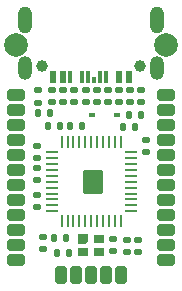
<source format=gbr>
%TF.GenerationSoftware,KiCad,Pcbnew,7.0.6*%
%TF.CreationDate,2023-08-08T22:31:42+02:00*%
%TF.ProjectId,epi_JLC,6570695f-4a4c-4432-9e6b-696361645f70,1_2_0*%
%TF.SameCoordinates,Original*%
%TF.FileFunction,Soldermask,Top*%
%TF.FilePolarity,Negative*%
%FSLAX46Y46*%
G04 Gerber Fmt 4.6, Leading zero omitted, Abs format (unit mm)*
G04 Created by KiCad (PCBNEW 7.0.6) date 2023-08-08 22:31:42*
%MOMM*%
%LPD*%
G01*
G04 APERTURE LIST*
G04 Aperture macros list*
%AMRoundRect*
0 Rectangle with rounded corners*
0 $1 Rounding radius*
0 $2 $3 $4 $5 $6 $7 $8 $9 X,Y pos of 4 corners*
0 Add a 4 corners polygon primitive as box body*
4,1,4,$2,$3,$4,$5,$6,$7,$8,$9,$2,$3,0*
0 Add four circle primitives for the rounded corners*
1,1,$1+$1,$2,$3*
1,1,$1+$1,$4,$5*
1,1,$1+$1,$6,$7*
1,1,$1+$1,$8,$9*
0 Add four rect primitives between the rounded corners*
20,1,$1+$1,$2,$3,$4,$5,0*
20,1,$1+$1,$4,$5,$6,$7,0*
20,1,$1+$1,$6,$7,$8,$9,0*
20,1,$1+$1,$8,$9,$2,$3,0*%
%AMOutline5P*
0 Free polygon, 5 corners , with rotation*
0 The origin of the aperture is its center*
0 number of corners: always 5*
0 $1 to $10 corner X, Y*
0 $11 Rotation angle, in degrees counterclockwise*
0 create outline with 5 corners*
4,1,5,$1,$2,$3,$4,$5,$6,$7,$8,$9,$10,$1,$2,$11*%
%AMOutline6P*
0 Free polygon, 6 corners , with rotation*
0 The origin of the aperture is its center*
0 number of corners: always 6*
0 $1 to $12 corner X, Y*
0 $13 Rotation angle, in degrees counterclockwise*
0 create outline with 6 corners*
4,1,6,$1,$2,$3,$4,$5,$6,$7,$8,$9,$10,$11,$12,$1,$2,$13*%
%AMOutline7P*
0 Free polygon, 7 corners , with rotation*
0 The origin of the aperture is its center*
0 number of corners: always 7*
0 $1 to $14 corner X, Y*
0 $15 Rotation angle, in degrees counterclockwise*
0 create outline with 7 corners*
4,1,7,$1,$2,$3,$4,$5,$6,$7,$8,$9,$10,$11,$12,$13,$14,$1,$2,$15*%
%AMOutline8P*
0 Free polygon, 8 corners , with rotation*
0 The origin of the aperture is its center*
0 number of corners: always 8*
0 $1 to $16 corner X, Y*
0 $17 Rotation angle, in degrees counterclockwise*
0 create outline with 8 corners*
4,1,8,$1,$2,$3,$4,$5,$6,$7,$8,$9,$10,$11,$12,$13,$14,$15,$16,$1,$2,$17*%
G04 Aperture macros list end*
%ADD10C,2.000000*%
%ADD11RoundRect,0.135000X-0.185000X0.135000X-0.185000X-0.135000X0.185000X-0.135000X0.185000X0.135000X0*%
%ADD12R,0.900000X0.800000*%
%ADD13Outline5P,-0.450000X0.400000X0.450000X0.400000X0.450000X-0.160000X0.210000X-0.400000X-0.450000X-0.400000X0.000000*%
%ADD14C,1.000000*%
%ADD15RoundRect,0.135000X0.185000X-0.135000X0.185000X0.135000X-0.185000X0.135000X-0.185000X-0.135000X0*%
%ADD16RoundRect,0.135000X-0.135000X-0.185000X0.135000X-0.185000X0.135000X0.185000X-0.135000X0.185000X0*%
%ADD17RoundRect,0.062500X-0.475000X-0.062500X0.475000X-0.062500X0.475000X0.062500X-0.475000X0.062500X0*%
%ADD18RoundRect,0.062500X-0.062500X-0.475000X0.062500X-0.475000X0.062500X0.475000X-0.062500X0.475000X0*%
%ADD19RoundRect,0.175000X-0.700000X-0.825000X0.700000X-0.825000X0.700000X0.825000X-0.700000X0.825000X0*%
%ADD20RoundRect,0.147500X-0.172500X0.147500X-0.172500X-0.147500X0.172500X-0.147500X0.172500X0.147500X0*%
%ADD21RoundRect,0.250000X-0.500000X-0.250000X0.500000X-0.250000X0.500000X0.250000X-0.500000X0.250000X0*%
%ADD22RoundRect,0.250000X-0.250000X0.500000X-0.250000X-0.500000X0.250000X-0.500000X0.250000X0.500000X0*%
%ADD23RoundRect,0.135000X0.135000X0.185000X-0.135000X0.185000X-0.135000X-0.185000X0.135000X-0.185000X0*%
%ADD24R,0.615500X1.000000*%
%ADD25R,0.307750X1.000000*%
%ADD26R,0.307750X0.500000*%
%ADD27R,0.307750X1.000860*%
%ADD28O,1.200000X2.000000*%
%ADD29O,1.200000X2.300000*%
%ADD30R,0.600000X0.450000*%
G04 APERTURE END LIST*
D10*
%TO.C,DRILL4*%
X110625000Y-54650000D03*
%TD*%
%TO.C,DRILL3*%
X97925000Y-54650000D03*
%TD*%
D11*
%TO.C,C8*%
X99650000Y-65090000D03*
X99650000Y-66110000D03*
%TD*%
%TO.C,C9*%
X99654422Y-63190000D03*
X99654422Y-64210000D03*
%TD*%
%TO.C,RV1*%
X105683220Y-58490000D03*
X105683220Y-59510000D03*
%TD*%
D12*
%TO.C,Y1*%
X103554422Y-72200000D03*
X104954422Y-72200000D03*
X104954422Y-71100000D03*
D13*
X103554422Y-71100000D03*
%TD*%
D14*
%TO.C,DRILL2*%
X108404422Y-56450001D03*
%TD*%
D11*
%TO.C,C1*%
X99800000Y-58520000D03*
X99800000Y-59540000D03*
%TD*%
D15*
%TO.C,R4*%
X101923220Y-59510000D03*
X101923220Y-58490000D03*
%TD*%
D16*
%TO.C,R3*%
X99800000Y-60400000D03*
X100820000Y-60400000D03*
%TD*%
D17*
%TO.C,U1*%
X100935720Y-63750000D03*
X100935720Y-64250000D03*
X100935720Y-64750000D03*
X100935720Y-65250000D03*
X100935720Y-65750000D03*
X100935720Y-66250000D03*
X100935720Y-66750000D03*
X100935720Y-67250000D03*
X100935720Y-67750000D03*
X100935720Y-68250000D03*
X100935720Y-68750000D03*
D18*
X101773220Y-69587500D03*
X102273220Y-69587500D03*
X102773220Y-69587500D03*
X103273220Y-69587500D03*
X103773220Y-69587500D03*
X104273220Y-69587500D03*
X104773220Y-69587500D03*
X105273220Y-69587500D03*
X105773220Y-69587500D03*
X106273220Y-69587500D03*
X106773220Y-69587500D03*
D17*
X107610720Y-68750000D03*
X107610720Y-68250000D03*
X107610720Y-67750000D03*
X107610720Y-67250000D03*
X107610720Y-66750000D03*
X107610720Y-66250000D03*
X107610720Y-65750000D03*
X107610720Y-65250000D03*
X107610720Y-64750000D03*
X107610720Y-64250000D03*
X107610720Y-63750000D03*
D18*
X106773220Y-62912500D03*
X106273220Y-62912500D03*
X105773220Y-62912500D03*
X105273220Y-62912500D03*
X104773220Y-62912500D03*
X104273220Y-62912500D03*
X103773220Y-62912500D03*
X103273220Y-62912500D03*
X102773220Y-62912500D03*
X102273220Y-62912500D03*
X101773220Y-62912500D03*
D19*
X104398220Y-66250000D03*
%TD*%
D20*
%TO.C,D1*%
X107300000Y-71215000D03*
X107300000Y-72185000D03*
%TD*%
D11*
%TO.C,R2*%
X104750000Y-58490000D03*
X104750000Y-59510000D03*
%TD*%
D15*
%TO.C,R6*%
X100200000Y-71910000D03*
X100200000Y-70890000D03*
%TD*%
%TO.C,R7*%
X108900000Y-63760000D03*
X108900000Y-62740000D03*
%TD*%
%TO.C,RV3*%
X100983220Y-59510000D03*
X100983220Y-58490000D03*
%TD*%
D11*
%TO.C,R1*%
X103800000Y-58490000D03*
X103800000Y-59510000D03*
%TD*%
D14*
%TO.C,DRILL1*%
X100140476Y-56450000D03*
%TD*%
D11*
%TO.C,RV2*%
X102863220Y-58490000D03*
X102863220Y-59510000D03*
%TD*%
D16*
%TO.C,C6*%
X101344422Y-72300000D03*
X102364422Y-72300000D03*
%TD*%
D21*
%TO.C,J1*%
X97923220Y-58920000D03*
X97923220Y-60190000D03*
X97923220Y-61460000D03*
X97923220Y-62730000D03*
X97923220Y-64000000D03*
X97923220Y-65270000D03*
X97923220Y-66540000D03*
X97923220Y-67810000D03*
X97923220Y-69080000D03*
X97923220Y-70350000D03*
X97923220Y-71620000D03*
X97923220Y-72890000D03*
%TD*%
D22*
%TO.C,J3*%
X106813220Y-74160000D03*
X105543220Y-74160000D03*
X104273220Y-74160000D03*
X103003220Y-74160000D03*
X101733220Y-74160000D03*
%TD*%
D11*
%TO.C,C7*%
X108500000Y-58490000D03*
X108500000Y-59510000D03*
%TD*%
%TO.C,C4*%
X99650000Y-67340000D03*
X99650000Y-68360000D03*
%TD*%
D23*
%TO.C,C2*%
X103490000Y-61500000D03*
X102470000Y-61500000D03*
%TD*%
D16*
%TO.C,R9*%
X100590000Y-61500000D03*
X101610000Y-61500000D03*
%TD*%
D11*
%TO.C,R8*%
X108250000Y-71190000D03*
X108250000Y-72210000D03*
%TD*%
D15*
%TO.C,FB1*%
X107563220Y-59510000D03*
X107563220Y-58490000D03*
%TD*%
D24*
%TO.C,J4*%
X107473220Y-57341500D03*
X101073220Y-57341500D03*
X106673220Y-57341500D03*
D25*
X105524143Y-57341500D03*
D26*
X104523190Y-57591500D03*
D27*
X104024389Y-57341930D03*
D24*
X101873220Y-57341500D03*
D25*
X102521031Y-57341500D03*
X103523912Y-57342360D03*
X105023667Y-57341500D03*
D28*
X98673220Y-56591500D03*
X109873220Y-56591500D03*
D29*
X109873220Y-52591500D03*
X98673220Y-52591500D03*
%TD*%
D16*
%TO.C,C3*%
X101144422Y-71000000D03*
X102164422Y-71000000D03*
%TD*%
D15*
%TO.C,C5*%
X106154422Y-72150000D03*
X106154422Y-71130000D03*
%TD*%
D16*
%TO.C,C10*%
X106990000Y-61650000D03*
X108010000Y-61650000D03*
%TD*%
D11*
%TO.C,R5*%
X106623220Y-58490000D03*
X106623220Y-59510000D03*
%TD*%
D23*
%TO.C,F1*%
X108460000Y-60600000D03*
X107440000Y-60600000D03*
%TD*%
D30*
%TO.C,D2*%
X104350000Y-60597500D03*
X106450000Y-60597500D03*
%TD*%
D21*
%TO.C,J2*%
X110623220Y-58920000D03*
X110623220Y-60190000D03*
X110623220Y-61460000D03*
X110623220Y-62730000D03*
X110623220Y-64000000D03*
X110623220Y-65270000D03*
X110623220Y-66540000D03*
X110623220Y-67810000D03*
X110623220Y-69080000D03*
X110623220Y-70350000D03*
X110623220Y-71620000D03*
X110623220Y-72890000D03*
%TD*%
M02*

</source>
